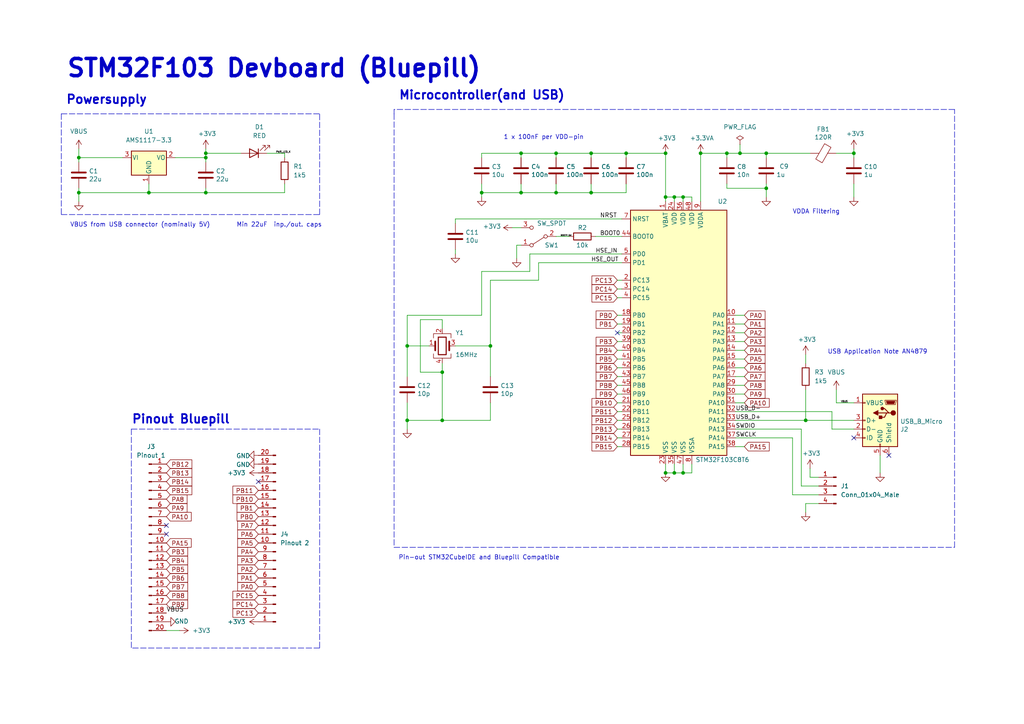
<source format=kicad_sch>
(kicad_sch (version 20211123) (generator eeschema)
  (paper "A4")
  (title_block (title "STM32F103 Devboard(Bluepill)") (date "2024-09-16") (rev "0.1") (company "sebsus Kind Messtechnik"))
  (lib_symbols
    (symbol "Connector:Conn_01x04_Male" (pin_names (offset 1.016) hide)
      (property "Reference" "J" (at 0 5.08 0))
      (property "Value" "Conn_01x04_Male" (at 0 -7.62 0))
      (symbol "Conn_01x04_Male_1_1"
        (polyline (pts (xy 1.27 -5.08) (xy 0.8636 -5.08)) (stroke (width 0.1524)))
        (polyline (pts (xy 1.27 -2.54) (xy 0.8636 -2.54)) (stroke (width 0.1524)))
        (polyline (pts (xy 1.27 0) (xy 0.8636 0)) (stroke (width 0.1524)))
        (polyline (pts (xy 1.27 2.54) (xy 0.8636 2.54)) (stroke (width 0.1524)))
        (rectangle (start 0.8636 -4.953) (end 0 -5.207) (stroke (width 0.1524)) (fill (type outline)))
        (rectangle (start 0.8636 -2.413) (end 0 -2.667) (stroke (width 0.1524)) (fill (type outline)))
        (rectangle (start 0.8636 0.127) (end 0 -0.127) (stroke (width 0.1524)) (fill (type outline)))
        (rectangle (start 0.8636 2.667) (end 0 2.413) (stroke (width 0.1524)) (fill (type outline)))
        (pin passive line (at 5.08 2.54 180) (length 3.81) (name "Pin_1") (number "1"))
        (pin passive line (at 5.08 0 180) (length 3.81) (name "Pin_2") (number "2"))
        (pin passive line (at 5.08 -2.54 180) (length 3.81) (name "Pin_3") (number "3"))
        (pin passive line (at 5.08 -5.08 180) (length 3.81) (name "Pin_4") (number "4"))
      )
    )
    (symbol "Connector:Conn_01x20_Male" (pin_names (offset 1.016) hide)
      (property "Reference" "J" (at 0 25.4 0))
      (property "Value" "Conn_01x20_Male" (at 0 -27.94 0))
      (symbol "Conn_01x20_Male_1_1"
        (polyline (pts (xy 1.27 -25.4) (xy 0.8636 -25.4)) (stroke (width 0.1524)))
        (polyline (pts (xy 1.27 -22.86) (xy 0.8636 -22.86)) (stroke (width 0.1524)))
        (polyline (pts (xy 1.27 -20.32) (xy 0.8636 -20.32)) (stroke (width 0.1524)))
        (polyline (pts (xy 1.27 -17.78) (xy 0.8636 -17.78)) (stroke (width 0.1524)))
        (polyline (pts (xy 1.27 -15.24) (xy 0.8636 -15.24)) (stroke (width 0.1524)))
        (polyline (pts (xy 1.27 -12.7) (xy 0.8636 -12.7)) (stroke (width 0.1524)))
        (polyline (pts (xy 1.27 -10.16) (xy 0.8636 -10.16)) (stroke (width 0.1524)))
        (polyline (pts (xy 1.27 -7.62) (xy 0.8636 -7.62)) (stroke (width 0.1524)))
        (polyline (pts (xy 1.27 -5.08) (xy 0.8636 -5.08)) (stroke (width 0.1524)))
        (polyline (pts (xy 1.27 -2.54) (xy 0.8636 -2.54)) (stroke (width 0.1524)))
        (polyline (pts (xy 1.27 0) (xy 0.8636 0)) (stroke (width 0.1524)))
        (polyline (pts (xy 1.27 2.54) (xy 0.8636 2.54)) (stroke (width 0.1524)))
        (polyline (pts (xy 1.27 5.08) (xy 0.8636 5.08)) (stroke (width 0.1524)))
        (polyline (pts (xy 1.27 7.62) (xy 0.8636 7.62)) (stroke (width 0.1524)))
        (polyline (pts (xy 1.27 10.16) (xy 0.8636 10.16)) (stroke (width 0.1524)))
        (polyline (pts (xy 1.27 12.7) (xy 0.8636 12.7)) (stroke (width 0.1524)))
        (polyline (pts (xy 1.27 15.24) (xy 0.8636 15.24)) (stroke (width 0.1524)))
        (polyline (pts (xy 1.27 17.78) (xy 0.8636 17.78)) (stroke (width 0.1524)))
        (polyline (pts (xy 1.27 20.32) (xy 0.8636 20.32)) (stroke (width 0.1524)))
        (polyline (pts (xy 1.27 22.86) (xy 0.8636 22.86)) (stroke (width 0.1524)))
        (rectangle (start 0.8636 -25.273) (end 0 -25.527) (stroke (width 0.1524)) (fill (type outline)))
        (rectangle (start 0.8636 -22.733) (end 0 -22.987) (stroke (width 0.1524)) (fill (type outline)))
        (rectangle (start 0.8636 -20.193) (end 0 -20.447) (stroke (width 0.1524)) (fill (type outline)))
        (rectangle (start 0.8636 -17.653) (end 0 -17.907) (stroke (width 0.1524)) (fill (type outline)))
        (rectangle (start 0.8636 -15.113) (end 0 -15.367) (stroke (width 0.1524)) (fill (type outline)))
        (rectangle (start 0.8636 -12.573) (end 0 -12.827) (stroke (width 0.1524)) (fill (type outline)))
        (rectangle (start 0.8636 -10.033) (end 0 -10.287) (stroke (width 0.1524)) (fill (type outline)))
        (rectangle (start 0.8636 -7.493) (end 0 -7.747) (stroke (width 0.1524)) (fill (type outline)))
        (rectangle (start 0.8636 -4.953) (end 0 -5.207) (stroke (width 0.1524)) (fill (type outline)))
        (rectangle (start 0.8636 -2.413) (end 0 -2.667) (stroke (width 0.1524)) (fill (type outline)))
        (rectangle (start 0.8636 0.127) (end 0 -0.127) (stroke (width 0.1524)) (fill (type outline)))
        (rectangle (start 0.8636 2.667) (end 0 2.413) (stroke (width 0.1524)) (fill (type outline)))
        (rectangle (start 0.8636 5.207) (end 0 4.953) (stroke (width 0.1524)) (fill (type outline)))
        (rectangle (start 0.8636 7.747) (end 0 7.493) (stroke (width 0.1524)) (fill (type outline)))
        (rectangle (start 0.8636 10.287) (end 0 10.033) (stroke (width 0.1524)) (fill (type outline)))
        (rectangle (start 0.8636 12.827) (end 0 12.573) (stroke (width 0.1524)) (fill (type outline)))
        (rectangle (start 0.8636 15.367) (end 0 15.113) (stroke (width 0.1524)) (fill (type outline)))
        (rectangle (start 0.8636 17.907) (end 0 17.653) (stroke (width 0.1524)) (fill (type outline)))
        (rectangle (start 0.8636 20.447) (end 0 20.193) (stroke (width 0.1524)) (fill (type outline)))
        (rectangle (start 0.8636 22.987) (end 0 22.733) (stroke (width 0.1524)) (fill (type outline)))
        (pin passive line (at 5.08 22.86 180) (length 3.81) (name "Pin_1") (number "1"))
        (pin passive line (at 5.08 0 180) (length 3.81) (name "Pin_10") (number "10"))
        (pin passive line (at 5.08 -2.54 180) (length 3.81) (name "Pin_11") (number "11"))
        (pin passive line (at 5.08 -5.08 180) (length 3.81) (name "Pin_12") (number "12"))
        (pin passive line (at 5.08 -7.62 180) (length 3.81) (name "Pin_13") (number "13"))
        (pin passive line (at 5.08 -10.16 180) (length 3.81) (name "Pin_14") (number "14"))
        (pin passive line (at 5.08 -12.7 180) (length 3.81) (name "Pin_15") (number "15"))
        (pin passive line (at 5.08 -15.24 180) (length 3.81) (name "Pin_16") (number "16"))
        (pin passive line (at 5.08 -17.78 180) (length 3.81) (name "Pin_17") (number "17"))
        (pin passive line (at 5.08 -20.32 180) (length 3.81) (name "Pin_18") (number "18"))
        (pin passive line (at 5.08 -22.86 180) (length 3.81) (name "Pin_19") (number "19"))
        (pin passive line (at 5.08 20.32 180) (length 3.81) (name "Pin_2") (number "2"))
        (pin passive line (at 5.08 -25.4 180) (length 3.81) (name "Pin_20") (number "20"))
        (pin passive line (at 5.08 17.78 180) (length 3.81) (name "Pin_3") (number "3"))
        (pin passive line (at 5.08 15.24 180) (length 3.81) (name "Pin_4") (number "4"))
        (pin passive line (at 5.08 12.7 180) (length 3.81) (name "Pin_5") (number "5"))
        (pin passive line (at 5.08 10.16 180) (length 3.81) (name "Pin_6") (number "6"))
        (pin passive line (at 5.08 7.62 180) (length 3.81) (name "Pin_7") (number "7"))
        (pin passive line (at 5.08 5.08 180) (length 3.81) (name "Pin_8") (number "8"))
        (pin passive line (at 5.08 2.54 180) (length 3.81) (name "Pin_9") (number "9"))
      )
    )
    (symbol "Connector:USB_B_Micro" (pin_names (offset 1.016))
      (property "Reference" "J" (at -5.08 11.43 0))
      (property "Value" "USB_B_Micro" (at -5.08 8.89 0))
      (symbol "USB_B_Micro_0_1"
        (rectangle (start -5.08 -7.62) (end 5.08 7.62) (stroke (width 0.254)) (fill (type background)))
        (circle (center -3.81 2.159) (radius 0.635) (stroke (width 0.254)) (fill (type outline)))
        (circle (center -0.635 3.429) (radius 0.381) (stroke (width 0.254)) (fill (type outline)))
        (rectangle (start -0.127 -7.62) (end 0.127 -6.858))
        (polyline (pts (xy -1.905 2.159) (xy 0.635 2.159)) (stroke (width 0.254)))
        (polyline (pts (xy -3.175 2.159) (xy -2.54 2.159) (xy -1.27 3.429) (xy -0.635 3.429)) (stroke (width 0.254)))
        (polyline (pts (xy -2.54 2.159) (xy -1.905 2.159) (xy -1.27 0.889) (xy 0 0.889)) (stroke (width 0.254)))
        (polyline (pts (xy 0.635 2.794) (xy 0.635 1.524) (xy 1.905 2.159) (xy 0.635 2.794)) (stroke (width 0.254)) (fill (type outline)))
        (polyline (pts (xy -4.318 5.588) (xy -1.778 5.588) (xy -2.032 4.826) (xy -4.064 4.826) (xy -4.318 5.588)) (fill (type outline)))
        (polyline (pts (xy -4.699 5.842) (xy -4.699 5.588) (xy -4.445 4.826) (xy -4.445 4.572) (xy -1.651 4.572) (xy -1.651 4.826) (xy -1.397 5.588) (xy -1.397 5.842) (xy -4.699 5.842)))
        (rectangle (start 0.254 1.27) (end -0.508 0.508) (stroke (width 0.254)) (fill (type outline)))
        (rectangle (start 5.08 -5.207) (end 4.318 -4.953))
        (rectangle (start 5.08 -2.667) (end 4.318 -2.413))
        (rectangle (start 5.08 -0.127) (end 4.318 0.127))
        (rectangle (start 5.08 4.953) (end 4.318 5.207))
      )
      (symbol "USB_B_Micro_1_1"
        (pin power_out line (at 7.62 5.08 180) (length 2.54) (name "VBUS") (number "1"))
        (pin bidirectional line (at 7.62 -2.54 180) (length 2.54) (name "D-") (number "2"))
        (pin bidirectional line (at 7.62 0 180) (length 2.54) (name "D+") (number "3"))
        (pin passive line (at 7.62 -5.08 180) (length 2.54) (name "ID") (number "4"))
        (pin power_out line (at 0 -10.16 90) (length 2.54) (name "GND") (number "5"))
        (pin passive line (at -2.54 -10.16 90) (length 2.54) (name "Shield") (number "6"))
      )
    )
    (symbol "Device:C" (pin_numbers hide) (pin_names (offset 0.254))
      (property "Reference" "C" (at 0.635 2.54 0))
      (property "Value" "C" (at 0.635 -2.54 0))
      (symbol "C_0_1"
        (polyline (pts (xy -2.032 -0.762) (xy 2.032 -0.762)) (stroke (width 0.508)))
        (polyline (pts (xy -2.032 0.762) (xy 2.032 0.762)) (stroke (width 0.508)))
      )
      (symbol "C_1_1"
        (pin passive line (at 0 3.81 270) (length 2.794) (name "~") (number "1"))
        (pin passive line (at 0 -3.81 90) (length 2.794) (name "~") (number "2"))
      )
    )
    (symbol "Device:Crystal_GND24" (pin_names (offset 1.016) hide)
      (property "Reference" "Y" (at 3.175 5.08 0))
      (property "Value" "Crystal_GND24" (at 3.175 3.175 0))
      (symbol "Crystal_GND24_0_1"
        (rectangle (start -1.143 2.54) (end 1.143 -2.54) (stroke (width 0.3048)))
        (polyline (pts (xy -2.54 0) (xy -2.032 0)))
        (polyline (pts (xy -2.032 -1.27) (xy -2.032 1.27)) (stroke (width 0.508)))
        (polyline (pts (xy 0 -3.81) (xy 0 -3.556)))
        (polyline (pts (xy 0 3.556) (xy 0 3.81)))
        (polyline (pts (xy 2.032 -1.27) (xy 2.032 1.27)) (stroke (width 0.508)))
        (polyline (pts (xy 2.032 0) (xy 2.54 0)))
        (polyline (pts (xy -2.54 -2.286) (xy -2.54 -3.556) (xy 2.54 -3.556) (xy 2.54 -2.286)))
        (polyline (pts (xy -2.54 2.286) (xy -2.54 3.556) (xy 2.54 3.556) (xy 2.54 2.286)))
      )
      (symbol "Crystal_GND24_1_1"
        (pin passive line (at -3.81 0 0) (length 1.27) (name "1") (number "1"))
        (pin passive line (at 0 5.08 270) (length 1.27) (name "2") (number "2"))
        (pin passive line (at 3.81 0 180) (length 1.27) (name "3") (number "3"))
        (pin passive line (at 0 -5.08 90) (length 1.27) (name "4") (number "4"))
      )
    )
    (symbol "Device:LED" (pin_numbers hide) (pin_names (offset 1.016) hide)
      (property "Reference" "D" (at 0 2.54 0))
      (property "Value" "LED" (at 0 -2.54 0))
      (symbol "LED_0_1"
        (polyline (pts (xy -1.27 -1.27) (xy -1.27 1.27)) (stroke (width 0.254)))
        (polyline (pts (xy -1.27 0) (xy 1.27 0)))
        (polyline (pts (xy 1.27 -1.27) (xy 1.27 1.27) (xy -1.27 0) (xy 1.27 -1.27)) (stroke (width 0.254)))
        (polyline (pts (xy -3.048 -0.762) (xy -4.572 -2.286) (xy -3.81 -2.286) (xy -4.572 -2.286) (xy -4.572 -1.524)))
        (polyline (pts (xy -1.778 -0.762) (xy -3.302 -2.286) (xy -2.54 -2.286) (xy -3.302 -2.286) (xy -3.302 -1.524)))
      )
      (symbol "LED_1_1"
        (pin passive line (at -3.81 0 0) (length 2.54) (name "K") (number "1"))
        (pin passive line (at 3.81 0 180) (length 2.54) (name "A") (number "2"))
      )
    )
    (symbol "Device:R" (pin_numbers hide) (pin_names (offset 0))
      (property "Reference" "R" (at 2.032 0 90))
      (property "Value" "R" (at 0 0 90))
      (symbol "R_0_1"
        (rectangle (start -1.016 -2.54) (end 1.016 2.54) (stroke (width 0.254)))
      )
      (symbol "R_1_1"
        (pin passive line (at 0 3.81 270) (length 1.27) (name "~") (number "1"))
        (pin passive line (at 0 -3.81 90) (length 1.27) (name "~") (number "2"))
      )
    )
    (symbol "MCU_ST_STM32F1:STM32F103C6Tx"
      (property "Reference" "U" (at -15.24 36.83 0))
      (property "Value" "STM32F103C6Tx" (at 7.62 36.83 0))
      (symbol "STM32F103C6Tx_0_1"
        (rectangle (start -15.24 -35.56) (end 12.7 35.56) (stroke (width 0.254)) (fill (type background)))
      )
      (symbol "STM32F103C6Tx_1_1"
        (pin power_in line (at -5.08 38.1 270) (length 2.54) (name "VBAT") (number "1"))
        (pin bidirectional line (at 15.24 5.08 180) (length 2.54) (name "PA0") (number "10"))
        (pin bidirectional line (at 15.24 2.54 180) (length 2.54) (name "PA1") (number "11"))
        (pin bidirectional line (at 15.24 0 180) (length 2.54) (name "PA2") (number "12"))
        (pin bidirectional line (at 15.24 -2.54 180) (length 2.54) (name "PA3") (number "13"))
        (pin bidirectional line (at 15.24 -5.08 180) (length 2.54) (name "PA4") (number "14"))
        (pin bidirectional line (at 15.24 -7.62 180) (length 2.54) (name "PA5") (number "15"))
        (pin bidirectional line (at 15.24 -10.16 180) (length 2.54) (name "PA6") (number "16"))
        (pin bidirectional line (at 15.24 -12.7 180) (length 2.54) (name "PA7") (number "17"))
        (pin bidirectional line (at -17.78 5.08 0) (length 2.54) (name "PB0") (number "18"))
        (pin bidirectional line (at -17.78 2.54 0) (length 2.54) (name "PB1") (number "19"))
        (pin bidirectional line (at -17.78 15.24 0) (length 2.54) (name "PC13") (number "2"))
        (pin bidirectional line (at -17.78 0 0) (length 2.54) (name "PB2") (number "20"))
        (pin bidirectional line (at -17.78 -20.32 0) (length 2.54) (name "PB10") (number "21"))
        (pin bidirectional line (at -17.78 -22.86 0) (length 2.54) (name "PB11") (number "22"))
        (pin power_in line (at -5.08 -38.1 90) (length 2.54) (name "VSS") (number "23"))
        (pin power_in line (at -2.54 38.1 270) (length 2.54) (name "VDD") (number "24"))
        (pin bidirectional line (at -17.78 -25.4 0) (length 2.54) (name "PB12") (number "25"))
        (pin bidirectional line (at -17.78 -27.94 0) (length 2.54) (name "PB13") (number "26"))
        (pin bidirectional line (at -17.78 -30.48 0) (length 2.54) (name "PB14") (number "27"))
        (pin bidirectional line (at -17.78 -33.02 0) (length 2.54) (name "PB15") (number "28"))
        (pin bidirectional line (at 15.24 -15.24 180) (length 2.54) (name "PA8") (number "29"))
        (pin bidirectional line (at -17.78 12.7 0) (length 2.54) (name "PC14") (number "3"))
        (pin bidirectional line (at 15.24 -17.78 180) (length 2.54) (name "PA9") (number "30"))
        (pin bidirectional line (at 15.24 -20.32 180) (length 2.54) (name "PA10") (number "31"))
        (pin bidirectional line (at 15.24 -22.86 180) (length 2.54) (name "PA11") (number "32"))
        (pin bidirectional line (at 15.24 -25.4 180) (length 2.54) (name "PA12") (number "33"))
        (pin bidirectional line (at 15.24 -27.94 180) (length 2.54) (name "PA13") (number "34"))
        (pin power_in line (at -2.54 -38.1 90) (length 2.54) (name "VSS") (number "35"))
        (pin power_in line (at 0 38.1 270) (length 2.54) (name "VDD") (number "36"))
        (pin bidirectional line (at 15.24 -30.48 180) (length 2.54) (name "PA14") (number "37"))
        (pin bidirectional line (at 15.24 -33.02 180) (length 2.54) (name "PA15") (number "38"))
        (pin bidirectional line (at -17.78 -2.54 0) (length 2.54) (name "PB3") (number "39"))
        (pin bidirectional line (at -17.78 10.16 0) (length 2.54) (name "PC15") (number "4"))
        (pin bidirectional line (at -17.78 -5.08 0) (length 2.54) (name "PB4") (number "40"))
        (pin bidirectional line (at -17.78 -7.62 0) (length 2.54) (name "PB5") (number "41"))
        (pin bidirectional line (at -17.78 -10.16 0) (length 2.54) (name "PB6") (number "42"))
        (pin bidirectional line (at -17.78 -12.7 0) (length 2.54) (name "PB7") (number "43"))
        (pin input line (at -17.78 27.94 0) (length 2.54) (name "BOOT0") (number "44"))
        (pin bidirectional line (at -17.78 -15.24 0) (length 2.54) (name "PB8") (number "45"))
        (pin bidirectional line (at -17.78 -17.78 0) (length 2.54) (name "PB9") (number "46"))
        (pin power_in line (at 0 -38.1 90) (length 2.54) (name "VSS") (number "47"))
        (pin power_in line (at 2.54 38.1 270) (length 2.54) (name "VDD") (number "48"))
        (pin input line (at -17.78 22.86 0) (length 2.54) (name "PD0") (number "5"))
        (pin input line (at -17.78 20.32 0) (length 2.54) (name "PD1") (number "6"))
        (pin input line (at -17.78 33.02 0) (length 2.54) (name "NRST") (number "7"))
        (pin power_in line (at 2.54 -38.1 90) (length 2.54) (name "VSSA") (number "8"))
        (pin power_in line (at 5.08 38.1 270) (length 2.54) (name "VDDA") (number "9"))
      )
    )
    (symbol "Regulator_Linear:AMS1117-3.3" (pin_names (offset 0.254))
      (property "Reference" "U" (at -3.81 3.175 0))
      (property "Value" "AMS1117-3.3" (at 0 3.175 0))
      (symbol "AMS1117-3.3_0_1"
        (rectangle (start -5.08 -5.08) (end 5.08 1.905) (stroke (width 0.254)) (fill (type background)))
      )
      (symbol "AMS1117-3.3_1_1"
        (pin power_in line (at 0 -7.62 90) (length 2.54) (name "GND") (number "1"))
        (pin power_out line (at 7.62 0 180) (length 2.54) (name "VO") (number "2"))
        (pin power_in line (at -7.62 0 0) (length 2.54) (name "VI") (number "3"))
      )
    )
    (symbol "Switch:SW_SPDT" (pin_names (offset 0) hide)
      (property "Reference" "SW" (at 0 4.318 0))
      (property "Value" "SW_SPDT" (at 0 -5.08 0))
      (symbol "SW_SPDT_0_0"
        (circle (center -2.032 0) (radius 0.508))
        (circle (center 2.032 -2.54) (radius 0.508))
      )
      (symbol "SW_SPDT_0_1"
        (polyline (pts (xy -1.524 0.254) (xy 1.651 2.286)))
        (circle (center 2.032 2.54) (radius 0.508))
      )
      (symbol "SW_SPDT_1_1"
        (pin passive line (at 5.08 2.54 180) (length 2.54) (name "A") (number "1"))
        (pin passive line (at -5.08 0 0) (length 2.54) (name "B") (number "2"))
        (pin passive line (at 5.08 -2.54 180) (length 2.54) (name "C") (number "3"))
      )
    )
    (symbol "power:+3.3VA" (power) (pin_names (offset 0))
      (property "Value" "+3.3VA" (at 0 3.556 0))
      (symbol "+3.3VA_0_1"
        (polyline (pts (xy -0.762 1.27) (xy 0 2.54)))
        (polyline (pts (xy 0 0) (xy 0 2.54)))
        (polyline (pts (xy 0 2.54) (xy 0.762 1.27)))
      )
      (symbol "+3.3VA_1_1"
        (pin power_in line (at 0 0 90) (length 0) hide (name "+3.3VA") (number "1"))
      )
    )
    (symbol "power:GND" (power) (pin_names (offset 0))
      (property "Value" "GND" (at 0 -3.81 0))
      (symbol "GND_0_1"
        (polyline (pts (xy 0 0) (xy 0 -1.27) (xy 1.27 -1.27) (xy 0 -2.54) (xy -1.27 -1.27) (xy 0 -1.27)))
      )
      (symbol "GND_1_1"
        (pin power_in line (at 0 0 270) (length 0) hide (name "GND") (number "1"))
      )
    )
    (symbol "power:PWR_FLAG" (power) (pin_numbers hide) (pin_names (offset 0) hide)
      (property "Value" "PWR_FLAG" (at 0 3.81 0))
      (symbol "PWR_FLAG_0_0"
        (pin power_out line (at 0 0 90) (length 0) (name "pwr") (number "1"))
      )
      (symbol "PWR_FLAG_0_1"
        (polyline (pts (xy 0 0) (xy 0 1.27) (xy -1.016 1.905) (xy 0 2.54) (xy 1.016 1.905) (xy 0 1.27)))
      )
    )
    (symbol "power:VBUS" (power) (pin_names (offset 0))
      (property "Value" "VBUS" (at 0 3.81 0))
      (symbol "VBUS_0_1"
        (polyline (pts (xy -0.762 1.27) (xy 0 2.54)))
        (polyline (pts (xy 0 0) (xy 0 2.54)))
        (polyline (pts (xy 0 2.54) (xy 0.762 1.27)))
      )
      (symbol "VBUS_1_1"
        (pin power_in line (at 0 0 90) (length 0) hide (name "VBUS") (number "1"))
      )
    )
    (symbol "sebuspill-rescue:+3.3V-power" (power) (pin_names (offset 0))
      (property "Value" "+3.3V-power" (at 0 3.556 0))
      (symbol "+3.3V-power_0_1"
        (polyline (pts (xy -0.762 1.27) (xy 0 2.54)))
        (polyline (pts (xy 0 0) (xy 0 2.54)))
        (polyline (pts (xy 0 2.54) (xy 0.762 1.27)))
      )
      (symbol "+3.3V-power_1_1"
        (pin power_in line (at 0 0 90) (length 0) hide (name "+3V3") (number "1"))
      )
    )
    (symbol "sebuspill-rescue:Ferrite_Bead-Device" (pin_numbers hide) (pin_names (offset 0))
      (property "Reference" "FB" (at -3.81 0.635 90))
      (property "Value" "Ferrite_Bead-Device" (at 3.81 0 90))
      (symbol "Ferrite_Bead-Device_0_1"
        (polyline (pts (xy 0 -1.27) (xy 0 -1.2192)))
        (polyline (pts (xy 0 1.27) (xy 0 1.2954)))
        (polyline (pts (xy -2.7686 0.4064) (xy -1.7018 2.2606) (xy 2.7686 -0.3048) (xy 1.6764 -2.159) (xy -2.7686 0.4064)))
      )
      (symbol "Ferrite_Bead-Device_1_1"
        (pin passive line (at 0 3.81 270) (length 2.54) (name "~") (number "1"))
        (pin passive line (at 0 -3.81 90) (length 2.54) (name "~") (number "2"))
      )
    )
  )
  (junction (at 181.61 44.45))
  (junction (at 171.45 55.88))
  (junction (at 198.12 57.15))
  (junction (at 247.65 44.45))
  (junction (at 139.7 55.88))
  (junction (at 171.45 44.45))
  (junction (at 161.29 55.88))
  (junction (at 195.58 57.15))
  (junction (at 59.69 45.72))
  (junction (at 193.04 44.45))
  (junction (at 43.18 55.88))
  (junction (at 142.24 100.33))
  (junction (at 128.27 121.92))
  (junction (at 118.11 100.33))
  (junction (at 210.82 44.45))
  (junction (at 151.13 55.88))
  (junction (at 222.25 54.61))
  (junction (at 118.11 121.92))
  (junction (at 193.04 57.15))
  (junction (at 22.86 45.72))
  (junction (at 193.04 137.16))
  (junction (at 128.27 107.95))
  (junction (at 151.13 44.45))
  (junction (at 203.2 44.45))
  (junction (at 222.25 44.45))
  (junction (at 195.58 137.16))
  (junction (at 214.63 44.45))
  (junction (at 161.29 44.45))
  (junction (at 59.69 55.88))
  (junction (at 198.12 137.16))
  (junction (at 59.69 44.45))
  (junction (at 22.86 55.88))
  (junction (at 233.68 121.92))
  (no_connect (at 257.81 132.08))
  (no_connect (at 48.26 154.94))
  (no_connect (at 179.07 96.52))
  (no_connect (at 247.65 127))
  (no_connect (at 48.26 152.4))
  (no_connect (at 74.93 139.7))
  (wire (pts (xy 213.36 104.14) (xy 215.9 104.14)))
  (wire (pts (xy 229.87 127) (xy 229.87 143.51)))
  (wire (pts (xy 22.86 43.18) (xy 22.86 45.72)))
  (wire (pts (xy 234.95 138.43) (xy 237.49 138.43)))
  (wire (pts (xy 161.29 55.88) (xy 161.29 53.34)))
  (wire (pts (xy 213.36 109.22) (xy 215.9 109.22)))
  (wire (pts (xy 179.07 129.54) (xy 180.34 129.54)))
  (wire (pts (xy 179.07 114.3) (xy 180.34 114.3)))
  (wire (pts (xy 195.58 57.15) (xy 198.12 57.15)))
  (wire (pts (xy 179.07 101.6) (xy 180.34 101.6)))
  (wire (pts (xy 161.29 44.45) (xy 151.13 44.45)))
  (wire (pts (xy 139.7 55.88) (xy 139.7 53.34)))
  (polyline (pts (xy 114.3 158.75) (xy 276.86 158.75)))
  (wire (pts (xy 179.07 121.92) (xy 180.34 121.92)))
  (polyline (pts (xy 92.71 187.96) (xy 38.1 187.96)))
  (polyline (pts (xy 38.1 124.46) (xy 92.71 124.46)))
  (wire (pts (xy 153.67 73.66) (xy 180.34 73.66)))
  (wire (pts (xy 118.11 100.33) (xy 124.46 100.33)))
  (wire (pts (xy 193.04 44.45) (xy 181.61 44.45)))
  (wire (pts (xy 213.36 114.3) (xy 215.9 114.3)))
  (wire (pts (xy 181.61 44.45) (xy 171.45 44.45)))
  (wire (pts (xy 139.7 57.15) (xy 139.7 55.88)))
  (wire (pts (xy 149.86 71.12) (xy 151.13 71.12)))
  (wire (pts (xy 128.27 121.92) (xy 128.27 107.95)))
  (wire (pts (xy 203.2 44.45) (xy 210.82 44.45)))
  (wire (pts (xy 200.66 57.15) (xy 200.66 58.42)))
  (wire (pts (xy 179.07 99.06) (xy 180.34 99.06)))
  (wire (pts (xy 195.58 137.16) (xy 195.58 134.62)))
  (wire (pts (xy 232.41 140.97) (xy 237.49 140.97)))
  (wire (pts (xy 213.36 93.98) (xy 215.9 93.98)))
  (wire (pts (xy 210.82 44.45) (xy 214.63 44.45)))
  (wire (pts (xy 179.07 91.44) (xy 180.34 91.44)))
  (wire (pts (xy 132.08 64.77) (xy 132.08 63.5)))
  (wire (pts (xy 142.24 100.33) (xy 142.24 109.22)))
  (wire (pts (xy 193.04 44.45) (xy 193.04 57.15)))
  (wire (pts (xy 213.36 129.54) (xy 215.9 129.54)))
  (wire (pts (xy 233.68 121.92) (xy 247.65 121.92)))
  (wire (pts (xy 179.07 109.22) (xy 180.34 109.22)))
  (wire (pts (xy 195.58 137.16) (xy 198.12 137.16)))
  (wire (pts (xy 128.27 107.95) (xy 128.27 105.41)))
  (wire (pts (xy 179.07 81.28) (xy 180.34 81.28)))
  (wire (pts (xy 50.8 45.72) (xy 59.69 45.72)))
  (wire (pts (xy 232.41 124.46) (xy 232.41 140.97)))
  (wire (pts (xy 193.04 57.15) (xy 195.58 57.15)))
  (wire (pts (xy 156.21 76.2) (xy 180.34 76.2)))
  (wire (pts (xy 179.07 124.46) (xy 180.34 124.46)))
  (wire (pts (xy 59.69 44.45) (xy 59.69 45.72)))
  (wire (pts (xy 59.69 55.88) (xy 82.55 55.88)))
  (wire (pts (xy 121.92 92.71) (xy 121.92 107.95)))
  (wire (pts (xy 118.11 121.92) (xy 118.11 116.84)))
  (wire (pts (xy 179.07 116.84) (xy 180.34 116.84)))
  (polyline (pts (xy 17.78 33.02) (xy 17.78 62.23)))
  (wire (pts (xy 139.7 44.45) (xy 139.7 45.72)))
  (wire (pts (xy 171.45 55.88) (xy 171.45 53.34)))
  (wire (pts (xy 179.07 104.14) (xy 180.34 104.14)))
  (wire (pts (xy 142.24 81.28) (xy 156.21 81.28)))
  (wire (pts (xy 128.27 121.92) (xy 142.24 121.92)))
  (wire (pts (xy 241.3 119.38) (xy 241.3 124.46)))
  (wire (pts (xy 43.18 55.88) (xy 59.69 55.88)))
  (wire (pts (xy 198.12 57.15) (xy 200.66 57.15)))
  (wire (pts (xy 213.36 119.38) (xy 241.3 119.38)))
  (wire (pts (xy 59.69 44.45) (xy 69.85 44.45)))
  (wire (pts (xy 213.36 111.76) (xy 215.9 111.76)))
  (wire (pts (xy 179.07 83.82) (xy 180.34 83.82)))
  (wire (pts (xy 59.69 55.88) (xy 59.69 54.61)))
  (wire (pts (xy 193.04 57.15) (xy 193.04 58.42)))
  (wire (pts (xy 247.65 45.72) (xy 247.65 44.45)))
  (wire (pts (xy 179.07 119.38) (xy 180.34 119.38)))
  (wire (pts (xy 214.63 41.91) (xy 214.63 44.45)))
  (wire (pts (xy 213.36 127) (xy 229.87 127)))
  (wire (pts (xy 59.69 43.18) (xy 59.69 44.45)))
  (wire (pts (xy 179.07 111.76) (xy 180.34 111.76)))
  (wire (pts (xy 172.72 68.58) (xy 180.34 68.58)))
  (wire (pts (xy 139.7 78.74) (xy 139.7 91.44)))
  (wire (pts (xy 149.86 74.93) (xy 149.86 71.12)))
  (wire (pts (xy 156.21 81.28) (xy 156.21 76.2)))
  (wire (pts (xy 229.87 143.51) (xy 237.49 143.51)))
  (wire (pts (xy 200.66 137.16) (xy 200.66 134.62)))
  (wire (pts (xy 241.3 124.46) (xy 247.65 124.46)))
  (wire (pts (xy 213.36 124.46) (xy 232.41 124.46)))
  (polyline (pts (xy 38.1 124.46) (xy 38.1 187.96)))
  (wire (pts (xy 198.12 137.16) (xy 200.66 137.16)))
  (wire (pts (xy 132.08 100.33) (xy 142.24 100.33)))
  (polyline (pts (xy 17.78 62.23) (xy 92.71 62.23)))
  (polyline (pts (xy 276.86 158.75) (xy 276.86 31.75)))
  (wire (pts (xy 233.68 113.03) (xy 233.68 121.92)))
  (wire (pts (xy 171.45 44.45) (xy 161.29 44.45)))
  (polyline (pts (xy 114.3 33.02) (xy 114.3 158.75)))
  (wire (pts (xy 233.68 102.87) (xy 233.68 105.41)))
  (wire (pts (xy 214.63 44.45) (xy 222.25 44.45)))
  (wire (pts (xy 148.59 66.04) (xy 151.13 66.04)))
  (wire (pts (xy 77.47 44.45) (xy 82.55 44.45)))
  (wire (pts (xy 222.25 44.45) (xy 234.95 44.45)))
  (polyline (pts (xy 114.3 31.75) (xy 114.3 33.02)))
  (wire (pts (xy 213.36 91.44) (xy 215.9 91.44)))
  (wire (pts (xy 203.2 44.45) (xy 203.2 58.42)))
  (wire (pts (xy 255.27 132.08) (xy 255.27 137.16)))
  (wire (pts (xy 151.13 44.45) (xy 139.7 44.45)))
  (wire (pts (xy 198.12 137.16) (xy 198.12 134.62)))
  (wire (pts (xy 213.36 99.06) (xy 215.9 99.06)))
  (wire (pts (xy 222.25 54.61) (xy 222.25 57.15)))
  (wire (pts (xy 118.11 100.33) (xy 118.11 109.22)))
  (wire (pts (xy 151.13 55.88) (xy 151.13 53.34)))
  (wire (pts (xy 59.69 45.72) (xy 59.69 46.99)))
  (polyline (pts (xy 17.78 33.02) (xy 92.71 33.02)))
  (wire (pts (xy 198.12 58.42) (xy 198.12 57.15)))
  (wire (pts (xy 153.67 73.66) (xy 153.67 78.74)))
  (wire (pts (xy 222.25 44.45) (xy 222.25 45.72)))
  (wire (pts (xy 132.08 72.39) (xy 132.08 73.66)))
  (wire (pts (xy 43.18 53.34) (xy 43.18 55.88)))
  (wire (pts (xy 128.27 92.71) (xy 128.27 95.25)))
  (polyline (pts (xy 92.71 62.23) (xy 92.71 33.02)))
  (wire (pts (xy 247.65 53.34) (xy 247.65 57.15)))
  (wire (pts (xy 139.7 55.88) (xy 151.13 55.88)))
  (wire (pts (xy 142.24 121.92) (xy 142.24 116.84)))
  (wire (pts (xy 181.61 55.88) (xy 181.61 53.34)))
  (wire (pts (xy 161.29 45.72) (xy 161.29 44.45)))
  (wire (pts (xy 22.86 55.88) (xy 22.86 58.42)))
  (wire (pts (xy 118.11 91.44) (xy 139.7 91.44)))
  (wire (pts (xy 193.04 137.16) (xy 195.58 137.16)))
  (wire (pts (xy 22.86 45.72) (xy 35.56 45.72)))
  (wire (pts (xy 233.68 148.59) (xy 233.68 146.05)))
  (wire (pts (xy 52.07 182.88) (xy 48.26 182.88)))
  (polyline (pts (xy 92.71 124.46) (xy 92.71 187.96)))
  (wire (pts (xy 118.11 124.46) (xy 118.11 121.92)))
  (wire (pts (xy 121.92 92.71) (xy 128.27 92.71)))
  (wire (pts (xy 22.86 54.61) (xy 22.86 55.88)))
  (wire (pts (xy 242.57 116.84) (xy 247.65 116.84)))
  (wire (pts (xy 132.08 63.5) (xy 180.34 63.5)))
  (wire (pts (xy 153.67 78.74) (xy 139.7 78.74)))
  (wire (pts (xy 213.36 106.68) (xy 215.9 106.68)))
  (wire (pts (xy 82.55 44.45) (xy 82.55 45.72)))
  (wire (pts (xy 222.25 54.61) (xy 222.25 53.34)))
  (polyline (pts (xy 276.86 31.75) (xy 114.3 31.75)))
  (wire (pts (xy 181.61 45.72) (xy 181.61 44.45)))
  (wire (pts (xy 22.86 46.99) (xy 22.86 45.72)))
  (wire (pts (xy 151.13 45.72) (xy 151.13 44.45)))
  (wire (pts (xy 213.36 96.52) (xy 215.9 96.52)))
  (wire (pts (xy 179.07 93.98) (xy 180.34 93.98)))
  (wire (pts (xy 179.07 86.36) (xy 180.34 86.36)))
  (wire (pts (xy 151.13 55.88) (xy 161.29 55.88)))
  (wire (pts (xy 161.29 55.88) (xy 171.45 55.88)))
  (wire (pts (xy 213.36 116.84) (xy 215.9 116.84)))
  (wire (pts (xy 233.68 146.05) (xy 237.49 146.05)))
  (wire (pts (xy 142.24 100.33) (xy 142.24 81.28)))
  (wire (pts (xy 22.86 55.88) (xy 43.18 55.88)))
  (wire (pts (xy 171.45 55.88) (xy 181.61 55.88)))
  (wire (pts (xy 213.36 101.6) (xy 215.9 101.6)))
  (wire (pts (xy 171.45 45.72) (xy 171.45 44.45)))
  (wire (pts (xy 179.07 106.68) (xy 180.34 106.68)))
  (wire (pts (xy 242.57 113.03) (xy 242.57 116.84)))
  (wire (pts (xy 195.58 58.42) (xy 195.58 57.15)))
  (wire (pts (xy 210.82 54.61) (xy 222.25 54.61)))
  (wire (pts (xy 118.11 121.92) (xy 128.27 121.92)))
  (wire (pts (xy 210.82 53.34) (xy 210.82 54.61)))
  (wire (pts (xy 82.55 53.34) (xy 82.55 55.88)))
  (wire (pts (xy 210.82 44.45) (xy 210.82 45.72)))
  (wire (pts (xy 179.07 96.52) (xy 180.34 96.52)))
  (wire (pts (xy 234.95 135.89) (xy 234.95 138.43)))
  (wire (pts (xy 193.04 137.16) (xy 193.04 134.62)))
  (wire (pts (xy 161.29 68.58) (xy 165.1 68.58)))
  (wire (pts (xy 179.07 127) (xy 180.34 127)))
  (wire (pts (xy 118.11 100.33) (xy 118.11 91.44)))
  (wire (pts (xy 247.65 44.45) (xy 242.57 44.45)))
  (wire (pts (xy 121.92 107.95) (xy 128.27 107.95)))
  (wire (pts (xy 213.36 121.92) (xy 233.68 121.92)))
  (wire (pts (xy 247.65 43.18) (xy 247.65 44.45)))
  (text "Min 22uF  inp./out. caps\n" (at 68.58 66.04 0) (effects (font (size 1.27 1.27)) (justify left bottom)))
  (text "Powersupply\n" (at 19.05 30.48 0) (effects (font (size 2.5 2.5) (thickness 0.5) bold) (justify left bottom)))
  (text "1 x 100nF per VDD-pin" (at 146.05 40.64 0) (effects (font (size 1.27 1.27)) (justify left bottom)))
  (text "Pinout Bluepill" (at 38.1 123.19 0) (effects (font (size 2.5 2.5) (thickness 0.5) bold) (justify left bottom)))
  (text "USB Application Note AN4879" (at 240.03 102.87 0) (effects (font (size 1.27 1.27)) (justify left bottom)))
  (text "VBUS from USB connector (nominally 5V)\n" (at 20.32 66.04 0) (effects (font (size 1.27 1.27)) (justify left bottom)))
  (text "Microcontroller(and USB)" (at 115.57 29.21 0) (effects (font (size 2.5 2.5) (thickness 0.5) bold) (justify left bottom)))
  (text "Pin-out STM32CubeIDE and Bluepill Compatible\n" (at 115.57 162.56 0) (effects (font (size 1.27 1.27)) (justify left bottom)))
  (text "STM32F103 Devboard (Bluepill)" (at 19.05 22.86 0) (effects (font (size 5 5) (thickness 1) bold) (justify left bottom)))
  (text "VDDA Filtering" (at 229.87 62.23 0) (effects (font (size 1.27 1.27)) (justify left bottom)))
  (label "BOOT0" (at 173.99 68.58 0) (effects (font (size 1.1938 1.1938))))
  (label "USB_D-" (at 213.36 119.38 0) (effects (font (size 1.1938 1.1938))))
  (label "SWCLK" (at 213.36 127 0) (effects (font (size 1.1938 1.1938))))
  (label "BOOTP_SW" (at 162.56 68.58 0) (effects (font (size 0.4064 0.4064))))
  (label "SWDIO" (at 213.36 124.46 0) (effects (font (size 1.1938 1.1938))))
  (label "HSE_OUT" (at 171.45 76.2 0) (effects (font (size 1.1938 1.1938))))
  (label "VBUS" (at 48.26 177.8 0))
  (label "HSE_IN" (at 172.72 73.66 0) (effects (font (size 1.1938 1.1938))))
  (label "VBUS" (at 243.84 116.84 0) (effects (font (size 0.5 0.5))))
  (label "PWR_LED_K" (at 80.01 44.45 0) (effects (font (size 0.5 0.5))))
  (label "NRST" (at 173.99 63.5 0))
  (label "USB_D+" (at 213.36 121.92 0) (effects (font (size 1.1938 1.1938))))
  (global_label "PA1" (shape input) (at 74.93 167.64 180) (property "Referenzen zwischen Schaltplänen" "${INTERSHEET_REFS}" (effects hide)))
  (global_label "PA8" (shape input) (at 48.26 144.78 0) (property "Referenzen zwischen Schaltplänen" "${INTERSHEET_REFS}" (effects hide)))
  (global_label "PB7" (shape input) (at 48.26 170.18 0) (property "Referenzen zwischen Schaltplänen" "${INTERSHEET_REFS}" (effects hide)))
  (global_label "PA4" (shape input) (at 74.93 160.02 180) (property "Referenzen zwischen Schaltplänen" "${INTERSHEET_REFS}" (effects hide)))
  (global_label "PA1" (shape input) (at 215.9 93.98 0) (property "Referenzen zwischen Schaltplänen" "${INTERSHEET_REFS}" (effects hide)))
  (global_label "PA0" (shape input) (at 215.9 91.44 0) (property "Referenzen zwischen Schaltplänen" "${INTERSHEET_REFS}" (effects hide)))
  (global_label "PA6" (shape input) (at 215.9 106.68 0) (property "Referenzen zwischen Schaltplänen" "${INTERSHEET_REFS}" (effects hide)))
  (global_label "PB0" (shape input) (at 74.93 149.86 180) (property "Referenzen zwischen Schaltplänen" "${INTERSHEET_REFS}" (effects hide)))
  (global_label "PA10" (shape input) (at 215.9 116.84 0) (property "Referenzen zwischen Schaltplänen" "${INTERSHEET_REFS}" (effects hide)))
  (global_label "PB6" (shape input) (at 179.07 106.68 180) (property "Referenzen zwischen Schaltplänen" "${INTERSHEET_REFS}" (effects hide)))
  (global_label "PB6" (shape input) (at 48.26 167.64 0) (property "Referenzen zwischen Schaltplänen" "${INTERSHEET_REFS}" (effects hide)))
  (global_label "PA3" (shape input) (at 74.93 162.56 180) (property "Referenzen zwischen Schaltplänen" "${INTERSHEET_REFS}" (effects hide)))
  (global_label "PA3" (shape input) (at 215.9 99.06 0) (property "Referenzen zwischen Schaltplänen" "${INTERSHEET_REFS}" (effects hide)))
  (global_label "PC15" (shape input) (at 179.07 86.36 180) (property "Referenzen zwischen Schaltplänen" "${INTERSHEET_REFS}" (effects hide)))
  (global_label "PB5" (shape input) (at 48.26 165.1 0) (property "Referenzen zwischen Schaltplänen" "${INTERSHEET_REFS}" (effects hide)))
  (global_label "PB12" (shape input) (at 48.26 134.62 0) (property "Referenzen zwischen Schaltplänen" "${INTERSHEET_REFS}" (effects hide)))
  (global_label "PA7" (shape input) (at 215.9 109.22 0) (property "Referenzen zwischen Schaltplänen" "${INTERSHEET_REFS}" (effects hide)))
  (global_label "PA5" (shape input) (at 74.93 157.48 180) (property "Referenzen zwischen Schaltplänen" "${INTERSHEET_REFS}" (effects hide)))
  (global_label "PB1" (shape input) (at 179.07 93.98 180) (property "Referenzen zwischen Schaltplänen" "${INTERSHEET_REFS}" (effects hide)))
  (global_label "PB15" (shape input) (at 48.26 142.24 0) (property "Referenzen zwischen Schaltplänen" "${INTERSHEET_REFS}" (effects hide)))
  (global_label "PA2" (shape input) (at 215.9 96.52 0) (property "Referenzen zwischen Schaltplänen" "${INTERSHEET_REFS}" (effects hide)))
  (global_label "PB12" (shape input) (at 179.07 121.92 180) (property "Referenzen zwischen Schaltplänen" "${INTERSHEET_REFS}" (effects hide)))
  (global_label "PB14" (shape input) (at 179.07 127 180) (property "Referenzen zwischen Schaltplänen" "${INTERSHEET_REFS}" (effects hide)))
  (global_label "PB7" (shape input) (at 179.07 109.22 180) (property "Referenzen zwischen Schaltplänen" "${INTERSHEET_REFS}" (effects hide)))
  (global_label "PA5" (shape input) (at 215.9 104.14 0) (property "Referenzen zwischen Schaltplänen" "${INTERSHEET_REFS}" (effects hide)))
  (global_label "PA6" (shape input) (at 74.93 154.94 180) (property "Referenzen zwischen Schaltplänen" "${INTERSHEET_REFS}" (effects hide)))
  (global_label "PA9" (shape input) (at 215.9 114.3 0) (property "Referenzen zwischen Schaltplänen" "${INTERSHEET_REFS}" (effects hide)))
  (global_label "PC14" (shape input) (at 179.07 83.82 180) (property "Referenzen zwischen Schaltplänen" "${INTERSHEET_REFS}" (effects hide)))
  (global_label "PB10" (shape input) (at 74.93 144.78 180) (property "Referenzen zwischen Schaltplänen" "${INTERSHEET_REFS}" (effects hide)))
  (global_label "PA10" (shape input) (at 48.26 149.86 0) (property "Referenzen zwischen Schaltplänen" "${INTERSHEET_REFS}" (effects hide)))
  (global_label "PB4" (shape input) (at 48.26 162.56 0) (property "Referenzen zwischen Schaltplänen" "${INTERSHEET_REFS}" (effects hide)))
  (global_label "PA4" (shape input) (at 215.9 101.6 0) (property "Referenzen zwischen Schaltplänen" "${INTERSHEET_REFS}" (effects hide)))
  (global_label "PB9" (shape input) (at 48.26 175.26 0) (property "Referenzen zwischen Schaltplänen" "${INTERSHEET_REFS}" (effects hide)))
  (global_label "PB0" (shape input) (at 179.07 91.44 180) (property "Referenzen zwischen Schaltplänen" "${INTERSHEET_REFS}" (effects hide)))
  (global_label "PC15" (shape input) (at 74.93 172.72 180) (property "Referenzen zwischen Schaltplänen" "${INTERSHEET_REFS}" (effects hide)))
  (global_label "PA9" (shape input) (at 48.26 147.32 0) (property "Referenzen zwischen Schaltplänen" "${INTERSHEET_REFS}" (effects hide)))
  (global_label "PB8" (shape input) (at 48.26 172.72 0) (property "Referenzen zwischen Schaltplänen" "${INTERSHEET_REFS}" (effects hide)))
  (global_label "PB13" (shape input) (at 48.26 137.16 0) (property "Referenzen zwischen Schaltplänen" "${INTERSHEET_REFS}" (effects hide)))
  (global_label "PC13" (shape input) (at 179.07 81.28 180) (property "Referenzen zwischen Schaltplänen" "${INTERSHEET_REFS}" (effects hide)))
  (global_label "PB8" (shape input) (at 179.07 111.76 180) (property "Referenzen zwischen Schaltplänen" "${INTERSHEET_REFS}" (effects hide)))
  (global_label "PC13" (shape input) (at 74.93 177.8 180) (property "Referenzen zwischen Schaltplänen" "${INTERSHEET_REFS}" (effects hide)))
  (global_label "PB4" (shape input) (at 179.07 101.6 180) (property "Referenzen zwischen Schaltplänen" "${INTERSHEET_REFS}" (effects hide)))
  (global_label "PA2" (shape input) (at 74.93 165.1 180) (property "Referenzen zwischen Schaltplänen" "${INTERSHEET_REFS}" (effects hide)))
  (global_label "PC14" (shape input) (at 74.93 175.26 180) (property "Referenzen zwischen Schaltplänen" "${INTERSHEET_REFS}" (effects hide)))
  (global_label "PA0" (shape input) (at 74.93 170.18 180) (property "Referenzen zwischen Schaltplänen" "${INTERSHEET_REFS}" (effects hide)))
  (global_label "PB14" (shape input) (at 48.26 139.7 0) (property "Referenzen zwischen Schaltplänen" "${INTERSHEET_REFS}" (effects hide)))
  (global_label "PB11" (shape input) (at 74.93 142.24 180) (property "Referenzen zwischen Schaltplänen" "${INTERSHEET_REFS}" (effects hide)))
  (global_label "PB13" (shape input) (at 179.07 124.46 180) (property "Referenzen zwischen Schaltplänen" "${INTERSHEET_REFS}" (effects hide)))
  (global_label "PB5" (shape input) (at 179.07 104.14 180) (property "Referenzen zwischen Schaltplänen" "${INTERSHEET_REFS}" (effects hide)))
  (global_label "PB11" (shape input) (at 179.07 119.38 180) (property "Referenzen zwischen Schaltplänen" "${INTERSHEET_REFS}" (effects hide)))
  (global_label "PB1" (shape input) (at 74.93 147.32 180) (property "Referenzen zwischen Schaltplänen" "${INTERSHEET_REFS}" (effects hide)))
  (global_label "PA7" (shape input) (at 74.93 152.4 180) (property "Referenzen zwischen Schaltplänen" "${INTERSHEET_REFS}" (effects hide)))
  (global_label "PA8" (shape input) (at 215.9 111.76 0) (property "Referenzen zwischen Schaltplänen" "${INTERSHEET_REFS}" (effects hide)))
  (global_label "PA15" (shape input) (at 48.26 157.48 0) (property "Referenzen zwischen Schaltplänen" "${INTERSHEET_REFS}" (effects hide)))
  (global_label "PB9" (shape input) (at 179.07 114.3 180) (property "Referenzen zwischen Schaltplänen" "${INTERSHEET_REFS}" (effects hide)))
  (global_label "PB3" (shape input) (at 179.07 99.06 180) (property "Referenzen zwischen Schaltplänen" "${INTERSHEET_REFS}" (effects hide)))
  (global_label "PB3" (shape input) (at 48.26 160.02 0) (property "Referenzen zwischen Schaltplänen" "${INTERSHEET_REFS}" (effects hide)))
  (global_label "PA15" (shape input) (at 215.9 129.54 0) (property "Referenzen zwischen Schaltplänen" "${INTERSHEET_REFS}" (effects hide)))
  (global_label "PB15" (shape input) (at 179.07 129.54 180) (property "Referenzen zwischen Schaltplänen" "${INTERSHEET_REFS}" (effects hide)))
  (global_label "PB10" (shape input) (at 179.07 116.84 180) (property "Referenzen zwischen Schaltplänen" "${INTERSHEET_REFS}" (effects hide)))
  (symbol (lib_id "MCU_ST_STM32F1:STM32F103C6Tx") (at 198.12 96.52 0) (unit 1)
    (property "Reference" "U2" (at 209.55 58.42 0))
    (property "Value" "STM32F103C8T6" (at 209.55 133.35 0))
    (property "Footprint" "Package_QFP:LQFP-48_7x7mm_P0.5mm" (effects hide))
    (property "Datasheet" "http://www.st.com/st-web-ui/static/active/en/resource/technical/document/datasheet/CD00210843.pdf" (effects hide))
  )
  (symbol (lib_id "power:GND") (at 193.04 137.16 0) (unit 1)
    (property "Reference" "#PWR010" (effects hide))
    (property "Value" "GND" (effects hide))
  )
  (symbol (lib_id "sebuspill-rescue:+3.3V-power") (at 193.04 44.45 0) (unit 1)
    (property "Reference" "#PWR09" (effects hide))
    (property "Value" "+3.3V" (at 193.421 40.0558 0))
  )
  (symbol (lib_id "Device:C") (at 181.61 49.53 0) (unit 1)
    (property "Reference" "C7" (at 184.531 48.3616 0) (effects (justify left)))
    (property "Value" "100n" (at 184.531 50.673 0) (effects (justify left)))
    (property "Footprint" "Capacitor_SMD:C_0402_1005Metric" (effects hide))
  )
  (symbol (lib_id "Device:C") (at 171.45 49.53 0) (unit 1)
    (property "Reference" "C6" (at 174.371 48.3616 0) (effects (justify left)))
    (property "Value" "100n" (at 174.371 50.673 0) (effects (justify left)))
    (property "Footprint" "Capacitor_SMD:C_0402_1005Metric" (effects hide))
  )
  (symbol (lib_id "Device:C") (at 161.29 49.53 0) (unit 1)
    (property "Reference" "C5" (at 164.211 48.3616 0) (effects (justify left)))
    (property "Value" "100n" (at 164.211 50.673 0) (effects (justify left)))
    (property "Footprint" "Capacitor_SMD:C_0402_1005Metric" (effects hide))
  )
  (symbol (lib_id "Device:C") (at 151.13 49.53 0) (unit 1)
    (property "Reference" "C4" (at 154.051 48.3616 0) (effects (justify left)))
    (property "Value" "100n" (at 154.051 50.673 0) (effects (justify left)))
    (property "Footprint" "Capacitor_SMD:C_0402_1005Metric" (effects hide))
  )
  (symbol (lib_id "Device:C") (at 139.7 49.53 0) (unit 1)
    (property "Reference" "C3" (at 142.621 48.3616 0) (effects (justify left)))
    (property "Value" "10u" (at 142.621 50.673 0) (effects (justify left)))
    (property "Footprint" "Capacitor_SMD:C_0603_1608Metric" (effects hide))
  )
  (symbol (lib_id "power:GND") (at 139.7 57.15 0) (unit 1)
    (property "Reference" "#PWR06" (effects hide))
    (property "Value" "GND" (effects hide))
  )
  (symbol (lib_id "Device:C") (at 210.82 49.53 0) (unit 1)
    (property "Reference" "C8" (at 213.741 48.3616 0) (effects (justify left)))
    (property "Value" "10n" (at 213.741 50.673 0) (effects (justify left)))
    (property "Footprint" "Capacitor_SMD:C_0402_1005Metric" (effects hide))
  )
  (symbol (lib_id "Device:C") (at 222.25 49.53 0) (unit 1)
    (property "Reference" "C9" (at 226.06 48.26 0) (effects (justify left)))
    (property "Value" "1u" (at 225.171 50.673 0) (effects (justify left)))
    (property "Footprint" "Capacitor_SMD:C_0402_1005Metric" (effects hide))
  )
  (symbol (lib_id "power:+3.3VA") (at 203.2 44.45 0) (unit 1)
    (property "Reference" "#PWR011" (effects hide))
    (property "Value" "+3.3VA" (at 203.581 40.0558 0))
  )
  (symbol (lib_id "sebuspill-rescue:Ferrite_Bead-Device") (at 238.76 44.45 270) (unit 1)
    (property "Reference" "FB1" (at 238.76 37.4904 90))
    (property "Value" "120R" (at 238.76 39.8018 90))
    (property "Footprint" "Inductor_SMD:L_0603_1608Metric" (effects hide))
  )
  (symbol (lib_id "Device:C") (at 247.65 49.53 0) (unit 1)
    (property "Reference" "C10" (at 250.571 48.3616 0) (effects (justify left)))
    (property "Value" "1u" (at 250.571 50.673 0) (effects (justify left)))
    (property "Footprint" "Capacitor_SMD:C_0402_1005Metric" (effects hide))
  )
  (symbol (lib_id "power:GND") (at 222.25 57.15 0) (unit 1)
    (property "Reference" "#PWR012" (effects hide))
    (property "Value" "GND" (effects hide))
  )
  (symbol (lib_id "power:GND") (at 247.65 57.15 0) (unit 1)
    (property "Reference" "#PWR018" (effects hide))
    (property "Value" "GND" (effects hide))
  )
  (symbol (lib_id "sebuspill-rescue:+3.3V-power") (at 247.65 43.18 0) (unit 1)
    (property "Reference" "#PWR017" (effects hide))
    (property "Value" "+3.3V" (at 248.031 38.7858 0))
  )
  (symbol (lib_id "Device:C") (at 132.08 68.58 0) (unit 1)
    (property "Reference" "C11" (at 135.001 67.4116 0) (effects (justify left)))
    (property "Value" "10u" (at 135.001 69.723 0) (effects (justify left)))
    (property "Footprint" "Capacitor_SMD:C_0603_1608Metric" (effects hide))
  )
  (symbol (lib_id "power:GND") (at 132.08 73.66 0) (unit 1)
    (property "Reference" "#PWR04" (effects hide))
    (property "Value" "GND" (effects hide))
  )
  (symbol (lib_id "Switch:SW_SPDT") (at 156.21 68.58 180) (unit 1)
    (property "Reference" "SW1" (at 160.02 71.12 0))
    (property "Value" "SW_SPDT" (at 160.02 64.77 0))
    (property "Footprint" "Button_Switch_SMD:SW_SPDT_PCM12" (effects hide))
  )
  (symbol (lib_id "Device:R") (at 168.91 68.58 270) (unit 1)
    (property "Reference" "R2" (at 168.91 66.04 90))
    (property "Value" "10k" (at 168.91 71.12 90))
    (property "Footprint" "Resistor_SMD:R_0402_1005Metric" (effects hide))
  )
  (symbol (lib_id "power:GND") (at 149.86 74.93 0) (unit 1)
    (property "Reference" "#PWR08" (effects hide))
    (property "Value" "GND" (effects hide))
  )
  (symbol (lib_id "sebuspill-rescue:+3.3V-power") (at 148.59 66.04 90) (unit 1)
    (property "Reference" "#PWR07" (effects hide))
    (property "Value" "+3.3V" (at 145.3388 65.659 90) (effects (justify left)))
  )
  (symbol (lib_id "Device:Crystal_GND24") (at 128.27 100.33 0) (unit 1)
    (property "Reference" "Y1" (at 132.08 96.52 0) (effects (justify left)))
    (property "Value" "16MHz" (at 132.08 102.87 0) (effects (justify left)))
    (property "Footprint" "Crystal:Crystal_SMD_3225-4Pin_3.2x2.5mm" (effects hide))
  )
  (symbol (lib_id "power:GND") (at 118.11 124.46 0) (unit 1)
    (property "Reference" "#PWR05" (effects hide))
    (property "Value" "GND" (effects hide))
  )
  (symbol (lib_id "Device:C") (at 118.11 113.03 0) (unit 1)
    (property "Reference" "C12" (at 121.031 111.8616 0) (effects (justify left)))
    (property "Value" "10p" (at 121.031 114.173 0) (effects (justify left)))
    (property "Footprint" "Capacitor_SMD:C_0402_1005Metric" (effects hide))
  )
  (symbol (lib_id "Device:C") (at 142.24 113.03 0) (unit 1)
    (property "Reference" "C13" (at 145.161 111.8616 0) (effects (justify left)))
    (property "Value" "10p" (at 145.161 114.173 0) (effects (justify left)))
    (property "Footprint" "Capacitor_SMD:C_0402_1005Metric" (effects hide))
  )
  (symbol (lib_id "Connector:USB_B_Micro") (at 255.27 121.92 0) (mirror y) (unit 1)
    (property "Reference" "J2" (at 261.112 124.5362 0) (effects (justify right)))
    (property "Value" "USB_B_Micro" (at 261.112 122.2248 0) (effects (justify right)))
    (property "Footprint" "Connector_USB:USB_Micro-B_Wuerth_629105150521" (effects hide))
  )
  (symbol (lib_id "Device:C") (at 22.86 50.8 0) (unit 1)
    (property "Reference" "C1" (at 25.781 49.6316 0) (effects (justify left)))
    (property "Value" "22u" (at 25.781 51.943 0) (effects (justify left)))
    (property "Footprint" "Capacitor_SMD:C_0805_2012Metric" (effects hide))
  )
  (symbol (lib_id "power:VBUS") (at 22.86 43.18 0) (unit 1)
    (property "Reference" "#PWR01" (effects hide))
    (property "Value" "VBUS" (at 22.86 38.1 0))
  )
  (symbol (lib_id "Device:R") (at 82.55 49.53 180) (unit 1)
    (property "Reference" "R1" (at 85.09 48.2599 0) (effects (justify right)))
    (property "Value" "1k5" (at 85.09 50.7999 0) (effects (justify right)))
    (property "Footprint" "Resistor_SMD:R_0402_1005Metric" (effects hide))
  )
  (symbol (lib_id "Device:C") (at 59.69 50.8 0) (unit 1)
    (property "Reference" "C2" (at 62.611 49.6316 0) (effects (justify left)))
    (property "Value" "22u" (at 62.611 51.943 0) (effects (justify left)))
    (property "Footprint" "Capacitor_SMD:C_0805_2012Metric" (effects hide))
  )
  (symbol (lib_id "sebuspill-rescue:+3.3V-power") (at 59.69 43.18 0) (unit 1)
    (property "Reference" "#PWR03" (effects hide))
    (property "Value" "+3.3V" (at 60.071 38.7858 0))
  )
  (symbol (lib_id "Device:LED") (at 73.66 44.45 180) (unit 1)
    (property "Reference" "D1" (at 75.2475 36.83 0))
    (property "Value" "RED" (at 75.2475 39.37 0))
    (property "Footprint" "LED_SMD:LED_0603_1608Metric" (effects hide))
  )
  (symbol (lib_id "sebuspill-rescue:+3.3V-power") (at 234.95 135.89 0) (unit 1)
    (property "Reference" "#PWR015" (effects hide))
    (property "Value" "+3.3V" (at 235.331 131.4958 0))
  )
  (symbol (lib_id "sebuspill-rescue:+3.3V-power") (at 74.93 180.34 90) (unit 1)
    (property "Reference" "#PWR0106" (effects hide))
    (property "Value" "+3.3V" (at 68.58 180.34 90))
  )
  (symbol (lib_id "Regulator_Linear:AMS1117-3.3") (at 43.18 45.72 0) (unit 1)
    (property "Reference" "U1" (at 43.18 38.1 0))
    (property "Value" "AMS1117-3.3" (at 43.18 40.64 0))
    (property "Footprint" "Package_TO_SOT_SMD:SOT-223-3_TabPin2" (effects hide))
    (property "Datasheet" "http://www.advanced-monolithic.com/pdf/ds1117.pdf" (effects hide))
  )
  (symbol (lib_id "power:VBUS") (at 242.57 113.03 0) (unit 1)
    (property "Reference" "#PWR016" (effects hide))
    (property "Value" "VBUS" (at 242.57 107.95 0))
  )
  (symbol (lib_id "power:GND") (at 74.93 132.08 270) (unit 1)
    (property "Reference" "#PWR0103" (effects hide))
    (property "Value" "GND" (at 70.5358 132.207 90))
  )
  (symbol (lib_id "Connector:Conn_01x20_Male") (at 80.01 157.48 180) (unit 1)
    (property "Reference" "J4" (at 81.28 154.9399 0) (effects (justify right)))
    (property "Value" "Pinout 2" (at 81.28 157.48 0) (effects (justify right)))
    (property "Footprint" "Connector_PinHeader_2.54mm:PinHeader_1x20_P2.54mm_Vertical" (effects hide))
  )
  (symbol (lib_id "Connector:Conn_01x04_Male") (at 242.57 140.97 0) (mirror y) (unit 1)
    (property "Reference" "J1" (at 243.84 140.9699 0) (effects (justify right)))
    (property "Value" "Conn_01x04_Male" (at 243.84 143.5099 0) (effects (justify right)))
    (property "Footprint" "Connector_PinHeader_2.54mm:PinHeader_1x04_P2.54mm_Vertical" (effects hide))
  )
  (symbol (lib_id "sebuspill-rescue:+3.3V-power") (at 233.68 102.87 0) (unit 1)
    (property "Reference" "#PWR013" (effects hide))
    (property "Value" "+3.3V" (at 234.061 98.4758 0))
  )
  (symbol (lib_id "sebuspill-rescue:+3.3V-power") (at 52.07 182.88 270) (unit 1)
    (property "Reference" "#PWR0102" (effects hide))
    (property "Value" "+3.3V" (at 58.42 182.88 90))
  )
  (symbol (lib_id "power:GND") (at 48.26 180.34 90) (unit 1)
    (property "Reference" "#PWR0101" (effects hide))
    (property "Value" "GND" (at 52.6542 180.213 90))
  )
  (symbol (lib_id "Connector:Conn_01x20_Male") (at 43.18 157.48 0) (unit 1)
    (property "Reference" "J3" (at 43.815 129.54 0))
    (property "Value" "Pinout 1" (at 43.815 132.08 0))
    (property "Footprint" "Connector_PinHeader_2.54mm:PinHeader_1x20_P2.54mm_Vertical" (effects hide))
  )
  (symbol (lib_id "Device:R") (at 233.68 109.22 0) (unit 1)
    (property "Reference" "R3" (at 236.22 107.9499 0) (effects (justify left)))
    (property "Value" "1k5" (at 236.22 110.4899 0) (effects (justify left)))
    (property "Footprint" "Resistor_SMD:R_0402_1005Metric" (effects hide))
  )
  (symbol (lib_id "power:GND") (at 255.27 137.16 0) (unit 1)
    (property "Reference" "#PWR019" (effects hide))
    (property "Value" "GND" (effects hide))
  )
  (symbol (lib_id "sebuspill-rescue:+3.3V-power") (at 74.93 137.16 90) (unit 1)
    (property "Reference" "#PWR0104" (effects hide))
    (property "Value" "+3.3V" (at 68.58 137.16 90))
  )
  (symbol (lib_id "power:GND") (at 74.93 134.62 270) (unit 1)
    (property "Reference" "#PWR0105" (effects hide))
    (property "Value" "GND" (at 70.5358 134.747 90))
  )
  (symbol (lib_id "power:GND") (at 22.86 58.42 0) (unit 1)
    (property "Reference" "#PWR02" (effects hide))
    (property "Value" "GND" (effects hide))
  )
  (symbol (lib_id "power:GND") (at 233.68 148.59 0) (unit 1)
    (property "Reference" "#PWR014" (effects hide))
    (property "Value" "GND" (effects hide))
  )
  (symbol (lib_id "power:PWR_FLAG") (at 214.63 41.91 0) (unit 1)
    (property "Reference" "#FLG014" (effects hide))
    (property "Value" "PWR_FLAG" (at 214.63 36.83 0))
  )
)
</source>
